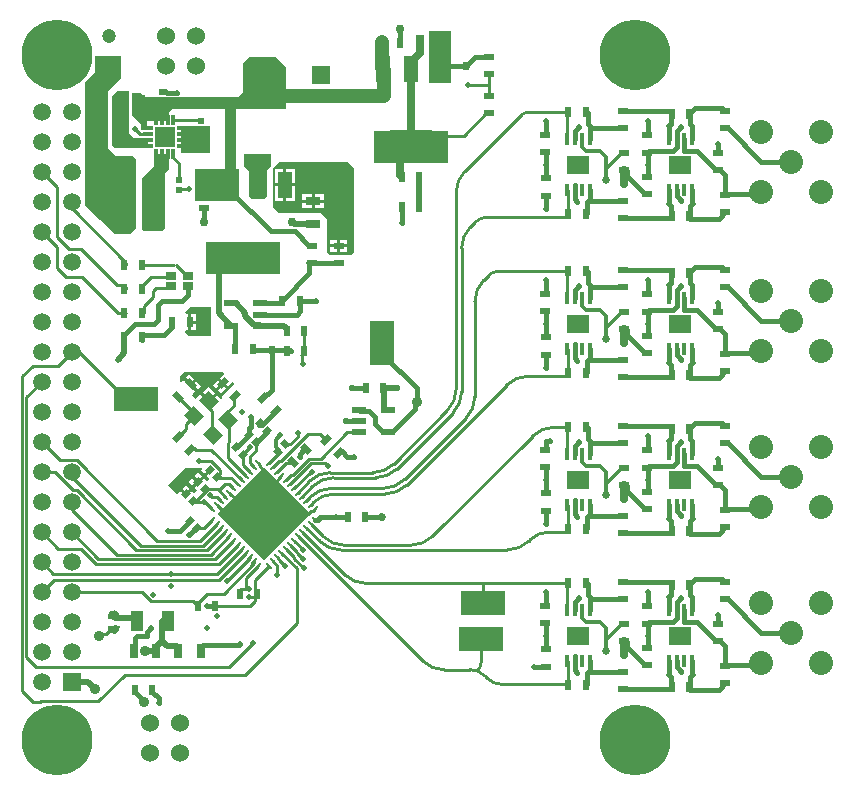
<source format=gtl>
G04*
G04 #@! TF.GenerationSoftware,Altium Limited,Altium Designer,19.1.9 (167)*
G04*
G04 Layer_Physical_Order=1*
G04 Layer_Color=255*
%FSLAX25Y25*%
%MOIN*%
G70*
G01*
G75*
%ADD11C,0.01000*%
%ADD19R,0.03543X0.01968*%
%ADD20R,0.01968X0.03543*%
%ADD21R,0.03000X0.01800*%
%ADD22R,0.02756X0.05118*%
%ADD23R,0.04488X0.07008*%
%ADD24R,0.01500X0.04400*%
%ADD25R,0.14173X0.08661*%
%ADD26R,0.04800X0.08800*%
G04:AMPARAMS|DCode=27|XSize=23.23mil|YSize=24.8mil|CornerRadius=0mil|HoleSize=0mil|Usage=FLASHONLY|Rotation=135.000|XOffset=0mil|YOffset=0mil|HoleType=Round|Shape=Rectangle|*
%AMROTATEDRECTD27*
4,1,4,0.01698,0.00056,-0.00056,-0.01698,-0.01698,-0.00056,0.00056,0.01698,0.01698,0.00056,0.0*
%
%ADD27ROTATEDRECTD27*%

G04:AMPARAMS|DCode=28|XSize=23.23mil|YSize=24.8mil|CornerRadius=0mil|HoleSize=0mil|Usage=FLASHONLY|Rotation=45.000|XOffset=0mil|YOffset=0mil|HoleType=Round|Shape=Rectangle|*
%AMROTATEDRECTD28*
4,1,4,0.00056,-0.01698,-0.01698,0.00056,-0.00056,0.01698,0.01698,-0.00056,0.00056,-0.01698,0.0*
%
%ADD28ROTATEDRECTD28*%

G04:AMPARAMS|DCode=29|XSize=19.68mil|YSize=35.43mil|CornerRadius=0mil|HoleSize=0mil|Usage=FLASHONLY|Rotation=45.000|XOffset=0mil|YOffset=0mil|HoleType=Round|Shape=Rectangle|*
%AMROTATEDRECTD29*
4,1,4,0.00557,-0.01949,-0.01949,0.00557,-0.00557,0.01949,0.01949,-0.00557,0.00557,-0.01949,0.0*
%
%ADD29ROTATEDRECTD29*%

G04:AMPARAMS|DCode=30|XSize=19.68mil|YSize=35.43mil|CornerRadius=0mil|HoleSize=0mil|Usage=FLASHONLY|Rotation=315.000|XOffset=0mil|YOffset=0mil|HoleType=Round|Shape=Rectangle|*
%AMROTATEDRECTD30*
4,1,4,-0.01949,-0.00557,0.00557,0.01949,0.01949,0.00557,-0.00557,-0.01949,-0.01949,-0.00557,0.0*
%
%ADD30ROTATEDRECTD30*%

%ADD31R,0.05000X0.02100*%
%ADD32R,0.03347X0.02559*%
G04:AMPARAMS|DCode=33|XSize=33.86mil|YSize=10.24mil|CornerRadius=1.28mil|HoleSize=0mil|Usage=FLASHONLY|Rotation=180.000|XOffset=0mil|YOffset=0mil|HoleType=Round|Shape=RoundedRectangle|*
%AMROUNDEDRECTD33*
21,1,0.03386,0.00768,0,0,180.0*
21,1,0.03130,0.01024,0,0,180.0*
1,1,0.00256,-0.01565,0.00384*
1,1,0.00256,0.01565,0.00384*
1,1,0.00256,0.01565,-0.00384*
1,1,0.00256,-0.01565,-0.00384*
%
%ADD33ROUNDEDRECTD33*%
G04:AMPARAMS|DCode=34|XSize=33.86mil|YSize=10.24mil|CornerRadius=1.28mil|HoleSize=0mil|Usage=FLASHONLY|Rotation=90.000|XOffset=0mil|YOffset=0mil|HoleType=Round|Shape=RoundedRectangle|*
%AMROUNDEDRECTD34*
21,1,0.03386,0.00768,0,0,90.0*
21,1,0.03130,0.01024,0,0,90.0*
1,1,0.00256,0.00384,0.01565*
1,1,0.00256,0.00384,-0.01565*
1,1,0.00256,-0.00384,-0.01565*
1,1,0.00256,-0.00384,0.01565*
%
%ADD34ROUNDEDRECTD34*%
%ADD35R,0.03858X0.14567*%
%ADD36R,0.15000X0.08000*%
%ADD37P,0.31180X4X270.0*%
G04:AMPARAMS|DCode=38|XSize=6mil|YSize=29.53mil|CornerRadius=0mil|HoleSize=0mil|Usage=FLASHONLY|Rotation=225.000|XOffset=0mil|YOffset=0mil|HoleType=Round|Shape=Round|*
%AMOVALD38*
21,1,0.02353,0.00600,0.00000,0.00000,315.0*
1,1,0.00600,-0.00832,0.00832*
1,1,0.00600,0.00832,-0.00832*
%
%ADD38OVALD38*%

G04:AMPARAMS|DCode=39|XSize=6mil|YSize=29.53mil|CornerRadius=0mil|HoleSize=0mil|Usage=FLASHONLY|Rotation=315.000|XOffset=0mil|YOffset=0mil|HoleType=Round|Shape=Round|*
%AMOVALD39*
21,1,0.02353,0.00600,0.00000,0.00000,45.0*
1,1,0.00600,-0.00832,-0.00832*
1,1,0.00600,0.00832,0.00832*
%
%ADD39OVALD39*%

G04:AMPARAMS|DCode=40|XSize=51.18mil|YSize=43.31mil|CornerRadius=0mil|HoleSize=0mil|Usage=FLASHONLY|Rotation=135.000|XOffset=0mil|YOffset=0mil|HoleType=Round|Shape=Rectangle|*
%AMROTATEDRECTD40*
4,1,4,0.03341,-0.00278,0.00278,-0.03341,-0.03341,0.00278,-0.00278,0.03341,0.03341,-0.00278,0.0*
%
%ADD40ROTATEDRECTD40*%

%ADD41R,0.08000X0.15000*%
%ADD42R,0.02480X0.02323*%
%ADD43R,0.05118X0.02756*%
%ADD48R,0.07441X0.06181*%
%ADD57R,0.06614X0.06614*%
%ADD77C,0.01500*%
%ADD78C,0.02000*%
%ADD79C,0.02500*%
%ADD80C,0.01200*%
%ADD81C,0.01800*%
%ADD82C,0.03500*%
%ADD83C,0.04500*%
%ADD84R,0.04000X0.01000*%
%ADD85R,0.07500X0.17500*%
%ADD86R,0.25000X0.10500*%
%ADD87R,0.24800X0.11000*%
%ADD88R,0.15000X0.10500*%
%ADD89C,0.06000*%
%ADD90C,0.01181*%
%ADD91C,0.04724*%
%ADD92C,0.08000*%
%ADD93C,0.05906*%
%ADD94R,0.05906X0.05906*%
%ADD95C,0.23622*%
%ADD96R,0.06496X0.06496*%
%ADD97C,0.06496*%
%ADD98C,0.02000*%
%ADD99C,0.03000*%
%ADD100C,0.03500*%
%ADD101C,0.02500*%
%ADD102C,0.02700*%
%ADD103C,0.02200*%
%ADD104C,0.01968*%
G36*
X90000Y240000D02*
X91453Y238546D01*
X91453Y224453D01*
X53453Y224453D01*
X52600Y223600D01*
Y220454D01*
X45000D01*
Y217454D01*
X43000D01*
Y219400D01*
X40000Y222400D01*
Y230000D01*
X43000D01*
X44500Y228500D01*
X75500D01*
X77000Y230000D01*
Y240000D01*
X79000Y242000D01*
X88000D01*
X90000Y240000D01*
D02*
G37*
G36*
X39000Y216454D02*
X40500Y214953D01*
X45335D01*
Y211454D01*
X34500D01*
X33500Y212454D01*
X33500Y228954D01*
X35000Y230453D01*
X39000Y230453D01*
Y216454D01*
D02*
G37*
G36*
X66000Y218953D02*
X66000Y209953D01*
X56500Y209953D01*
X56500Y218953D01*
X66000Y218953D01*
D02*
G37*
G36*
X86500Y205500D02*
X85000Y204000D01*
Y195500D01*
X84000Y194500D01*
X80000D01*
X79000Y195500D01*
X79000Y204000D01*
X77500Y205500D01*
X77500Y209500D01*
X86500D01*
X86500Y205500D01*
D02*
G37*
G36*
X52500Y204453D02*
X51000Y202954D01*
Y184953D01*
X50000Y183953D01*
X44000D01*
X43500Y184453D01*
Y201453D01*
X47500Y205453D01*
Y209496D01*
X52500D01*
Y204453D01*
D02*
G37*
G36*
X36500Y234700D02*
X32000Y230200D01*
X32000Y211500D01*
X34547Y208953D01*
X40500D01*
X41500Y207954D01*
Y184953D01*
X39500Y182954D01*
X34500D01*
X24500Y192210D01*
Y233400D01*
X27800Y236700D01*
Y242100D01*
X36500D01*
Y234700D01*
D02*
G37*
G36*
X114000Y205000D02*
Y177000D01*
X113000Y176000D01*
X106000D01*
X105000Y177000D01*
Y188000D01*
X103000Y190000D01*
X89000D01*
X87000Y192000D01*
Y205000D01*
X89000Y207000D01*
X112000D01*
X114000Y205000D01*
D02*
G37*
G36*
X66500Y149000D02*
X59000D01*
X57772Y150228D01*
X57979Y150728D01*
X58953D01*
Y153500D01*
Y156272D01*
X57979D01*
X57772Y156772D01*
X59500Y158500D01*
X66500D01*
Y149000D01*
D02*
G37*
G36*
X70818Y136300D02*
X69362Y134845D01*
X70766Y133442D01*
X72169Y132038D01*
X73600Y133470D01*
X74100Y133263D01*
Y132600D01*
X70200Y128700D01*
Y127941D01*
X69738Y127749D01*
X68396Y129092D01*
X66158Y126853D01*
X65804Y127207D01*
X65451Y126853D01*
X62934Y129370D01*
X61532Y127968D01*
X60554Y128946D01*
X60233Y129313D01*
X60563Y129644D01*
X61282Y130362D01*
X59322Y132322D01*
X57362Y134282D01*
X56606Y133526D01*
X56597Y133521D01*
X56100Y133727D01*
Y135300D01*
X57600Y136800D01*
X70611D01*
X70818Y136300D01*
D02*
G37*
G36*
X63627Y104522D02*
X63118Y104014D01*
X64293Y102839D01*
X65877Y104423D01*
X66584Y103716D01*
X65000Y102132D01*
X65832Y101300D01*
X65050Y100518D01*
X64084Y101484D01*
X62500Y99900D01*
X60916Y98316D01*
X61882Y97350D01*
X60950Y96418D01*
X60084Y97284D01*
X58500Y95700D01*
X58147Y96053D01*
X57793Y95700D01*
X56265Y97228D01*
X55168Y96132D01*
X52016Y99284D01*
X57716Y104984D01*
X58366Y104984D01*
X63436D01*
X63627Y104522D01*
D02*
G37*
G36*
X34819Y56657D02*
Y56081D01*
X36000Y54400D01*
X32500Y55400D01*
Y55717D01*
X33638Y56856D01*
X34819Y56657D01*
D02*
G37*
G36*
X35000Y50897D02*
X35240Y50656D01*
X34694Y50110D01*
X33436D01*
X32500Y51500D01*
X33000D01*
X34000Y52500D01*
X35000D01*
Y50897D01*
D02*
G37*
%LPC*%
G36*
X94500Y204600D02*
X91600D01*
Y199700D01*
X94500D01*
Y204600D01*
D02*
G37*
G36*
X90600D02*
X87700D01*
Y199700D01*
X90600D01*
Y204600D01*
D02*
G37*
G36*
X104059Y196118D02*
X101000D01*
Y194240D01*
X104059D01*
Y196118D01*
D02*
G37*
G36*
X100000D02*
X96941D01*
Y194240D01*
X100000D01*
Y196118D01*
D02*
G37*
G36*
X94500Y198700D02*
X91600D01*
Y193800D01*
X94500D01*
Y198700D01*
D02*
G37*
G36*
X90600D02*
X87700D01*
Y193800D01*
X90600D01*
Y198700D01*
D02*
G37*
G36*
X104059Y193240D02*
X101000D01*
Y191362D01*
X104059D01*
Y193240D01*
D02*
G37*
G36*
X100000D02*
X96941D01*
Y191362D01*
X100000D01*
Y193240D01*
D02*
G37*
G36*
X111772Y180937D02*
X109500D01*
Y179453D01*
X111772D01*
Y180937D01*
D02*
G37*
G36*
X108500D02*
X106228D01*
Y179453D01*
X108500D01*
Y180937D01*
D02*
G37*
G36*
X111772Y178453D02*
X109500D01*
Y176969D01*
X111772D01*
Y178453D01*
D02*
G37*
G36*
X108500D02*
X106228D01*
Y176969D01*
X108500D01*
Y178453D01*
D02*
G37*
G36*
X61437Y156272D02*
X59953D01*
Y154000D01*
X61437D01*
Y156272D01*
D02*
G37*
G36*
Y153000D02*
X59953D01*
Y150728D01*
X61437D01*
Y153000D01*
D02*
G37*
G36*
X59119Y136039D02*
X58069Y134989D01*
X59676Y133383D01*
X60725Y134432D01*
X59119Y136039D01*
D02*
G37*
G36*
X68655Y134137D02*
X67049Y132531D01*
X68099Y131482D01*
X69705Y133088D01*
X68655Y134137D01*
D02*
G37*
G36*
X61432Y133725D02*
X60383Y132676D01*
X61989Y131070D01*
X63039Y132119D01*
X61432Y133725D01*
D02*
G37*
G36*
X70412Y132381D02*
X68806Y130775D01*
X69855Y129725D01*
X71461Y131331D01*
X70412Y132381D01*
D02*
G37*
G36*
X65526Y131962D02*
X63641Y130077D01*
X65804Y127914D01*
X67689Y129799D01*
X65526Y131962D01*
D02*
G37*
G36*
X62202Y103366D02*
X60972Y102136D01*
X62147Y100961D01*
X63377Y102191D01*
X62202Y103366D01*
D02*
G37*
G36*
X60264Y101428D02*
X59034Y100198D01*
X60209Y99023D01*
X61439Y100253D01*
X60264Y101428D01*
D02*
G37*
G36*
X58202Y99166D02*
X56972Y97935D01*
X58147Y96761D01*
X59377Y97991D01*
X58202Y99166D01*
D02*
G37*
%LPD*%
D11*
X32683Y50783D02*
G03*
X35500Y51500I1317J717D01*
G01*
X32500D02*
G03*
X32683Y50783I1500J0D01*
G01*
X32586Y55900D02*
G03*
X32500Y55400I1414J-500D01*
G01*
X35500D02*
G03*
X32586Y55900I-1500J0D01*
G01*
X180742Y118400D02*
G03*
X173671Y115471I0J-10000D01*
G01*
X179218Y83500D02*
G03*
X172700Y80800I0J-9218D01*
G01*
X155247Y37158D02*
G03*
X152800Y37600I-2447J-6560D01*
G01*
X136997Y40529D02*
G03*
X144068Y37600I7071J7071D01*
G01*
X157751Y35549D02*
G03*
X155247Y37158I-4951J-4951D01*
G01*
D02*
G03*
X156500Y40183I-3025J3025D01*
G01*
X158600Y34700D02*
G03*
X163389Y32717I4789J4789D01*
G01*
X171690Y223400D02*
G03*
X170000Y222700I0J-2390D01*
G01*
X151129Y203829D02*
G03*
X148200Y196758I7071J-7071D01*
G01*
X145271Y124071D02*
G03*
X148200Y131142I-7071J7071D01*
G01*
X120358Y103300D02*
G03*
X127429Y106229I0J10000D01*
G01*
X106268Y103300D02*
G03*
X99197Y100371I0J-10000D01*
G01*
X102665Y80429D02*
G03*
X109736Y77500I7071J7071D01*
G01*
X165258D02*
G03*
X172329Y80429I0J10000D01*
G01*
X103849Y82029D02*
G03*
X110920Y79100I7071J7071D01*
G01*
X133158D02*
G03*
X140229Y82029I0J10000D01*
G01*
X107352Y101600D02*
G03*
X100281Y98671I0J-10000D01*
G01*
X121358Y101600D02*
G03*
X128429Y104529I0J10000D01*
G01*
X147071Y123171D02*
G03*
X150000Y130242I-7071J7071D01*
G01*
X152929Y185229D02*
G03*
X150000Y178158I7071J-7071D01*
G01*
X158746Y188500D02*
G03*
X154400Y186700I0J-6146D01*
G01*
X157000Y66159D02*
G03*
X156900Y66400I-341J0D01*
G01*
X110981Y69329D02*
G03*
X118052Y66400I7071J7071D01*
G01*
X107520Y96200D02*
G03*
X100449Y93271I0J-10000D01*
G01*
X124558Y96200D02*
G03*
X131629Y99129I0J10000D01*
G01*
X172042Y135400D02*
G03*
X164971Y132471I0J-10000D01*
G01*
X106636Y98100D02*
G03*
X99565Y95171I0J-10000D01*
G01*
X123958Y98100D02*
G03*
X131029Y101029I0J10000D01*
G01*
X151471Y121471D02*
G03*
X154400Y128542I-7071J7071D01*
G01*
X157329Y167429D02*
G03*
X154400Y160358I7071J-7071D01*
G01*
X162138Y170400D02*
G03*
X159000Y169100I0J-4439D01*
G01*
X143500Y215500D02*
X150665D01*
X158213Y223047D01*
X159000Y232500D02*
Y236047D01*
Y228953D02*
Y232500D01*
X159000Y232500D02*
X159000Y232500D01*
X152000Y232500D02*
X159000D01*
X159000Y236047D02*
X159100Y236147D01*
X32683Y50783D02*
X33400Y51500D01*
X31378Y49478D02*
X32683Y50783D01*
X29000Y49000D02*
X29478Y49478D01*
X31378D01*
X33400Y51500D02*
X34000D01*
X43519Y63453D02*
X46372Y60600D01*
X20000Y63453D02*
X43519D01*
X46372Y60600D02*
X60447D01*
X62047Y59000D01*
X48543Y80500D02*
X62622D01*
X21637Y107406D02*
X48543Y80500D01*
X62622D02*
X68341Y86218D01*
X63906Y79000D02*
X69733Y84826D01*
X43000Y79000D02*
X63906D01*
X20000Y102000D02*
X43000Y79000D01*
X65190Y77500D02*
X71125Y83434D01*
X41543Y77500D02*
X65190D01*
X21637Y97406D02*
X41543Y77500D01*
X66463Y76000D02*
X72505Y82042D01*
X35000Y76000D02*
X66463D01*
X20000Y91000D02*
X35000Y76000D01*
X67747Y74500D02*
X73897Y80650D01*
X28953Y74500D02*
X67747D01*
X20000Y83453D02*
X28953Y74500D01*
X185114Y66400D02*
X185547D01*
X185114D02*
X185547D01*
X157000D02*
X171690D01*
X185114D01*
X185547D01*
X140229Y82029D02*
X173671Y115471D01*
X180742Y118400D02*
X185547D01*
X179218Y83500D02*
X185063D01*
X185547Y83984D01*
Y84500D01*
X163389Y32717D02*
X185331D01*
X185331D02*
X185547Y32500D01*
X95484Y82042D02*
X136997Y40529D01*
X144068Y37600D02*
X152800D01*
X171690Y66400D02*
X185114D01*
X185547Y31500D02*
Y32500D01*
X185114Y65967D02*
X185547Y66400D01*
X185114Y57350D02*
Y65967D01*
X185114Y40650D02*
X185331Y40433D01*
Y32717D02*
Y40433D01*
Y84716D02*
X185547Y84500D01*
X185114Y117967D02*
X185547Y118400D01*
X185114Y109350D02*
Y117967D01*
X185114Y92650D02*
X185331Y92434D01*
Y84716D02*
Y92434D01*
X171690Y170400D02*
X185547D01*
X185331Y136716D02*
X185547Y136500D01*
Y135500D02*
Y136500D01*
X185114Y169967D02*
X185547Y170400D01*
X185114Y161350D02*
Y169967D01*
X185114Y144650D02*
X185331Y144433D01*
Y136716D02*
Y144433D01*
X171690Y66400D02*
X185114D01*
X171690Y170400D02*
X185547D01*
X76000Y62547D02*
Y64200D01*
X72516Y96658D02*
X79824Y89350D01*
X86645Y98954D02*
X89916Y102225D01*
X41000Y217953D02*
X42811Y216142D01*
X3400Y135400D02*
X7000Y139000D01*
X3400Y30600D02*
Y135400D01*
Y30600D02*
X7000Y27000D01*
X72400Y38600D02*
X80300Y46500D01*
X8200Y38600D02*
X72400D01*
X4900Y41900D02*
X8200Y38600D01*
X4900Y41900D02*
Y128353D01*
X10000Y133453D01*
X171690Y223400D02*
X185547D01*
X151129Y203829D02*
X170000Y222700D01*
X148200Y131142D02*
Y196758D01*
X127429Y106229D02*
X145271Y124071D01*
X106268Y103300D02*
X120358D01*
X95484Y96658D02*
X99197Y100371D01*
X98267Y84826D02*
X102665Y80429D01*
X109736Y77500D02*
X165258D01*
X99659Y86218D02*
X103849Y82029D01*
X110920Y79100D02*
X133158D01*
X96875Y95266D02*
X100281Y98671D01*
X107352Y101600D02*
X121358D01*
X128429Y104529D02*
X147071Y123171D01*
X150000Y130242D02*
Y178158D01*
X152929Y185229D02*
X154400Y186700D01*
X158746Y188500D02*
X185547D01*
X172042Y135400D02*
X185547D01*
X107520Y96200D02*
X124558D01*
X162138Y170400D02*
X185547D01*
X154400Y128542D02*
Y160358D01*
X156900Y66400D02*
X157000D01*
X118052D02*
X156900D01*
X131629Y99129D02*
X164971Y132471D01*
X185114Y222967D02*
X185547Y223400D01*
X185114Y214350D02*
Y222967D01*
X185114Y197650D02*
X185331Y197433D01*
Y189716D02*
X185547Y189500D01*
X185331Y189716D02*
Y197433D01*
X185547Y188500D02*
Y189500D01*
X99148Y108000D02*
X103000D01*
X93648Y102500D02*
X99148Y108000D01*
X104600Y106400D02*
X105500Y105500D01*
X99669Y106400D02*
X104600D01*
X92711Y99442D02*
X99669Y106400D01*
X103000Y108000D02*
X111800Y116800D01*
X157000Y60000D02*
Y66159D01*
X156500Y40183D02*
Y48000D01*
X157751Y35549D02*
X158600Y34700D01*
X96875Y83434D02*
X110981Y69329D01*
X15000Y171500D02*
Y178453D01*
Y171500D02*
X18000Y168500D01*
X10000Y183453D02*
X15000Y178453D01*
X23500Y168500D02*
X35500Y156500D01*
X18000Y168500D02*
X23500D01*
X37547Y156500D02*
X38047D01*
X35500D02*
X37547D01*
X15000Y182000D02*
X19000Y178000D01*
X23000D01*
X15000Y182000D02*
Y198453D01*
X10000Y203453D02*
X15000Y198453D01*
X38070Y164475D02*
Y165265D01*
X23000Y178000D02*
X35228Y165772D01*
X37563D02*
X38070Y165265D01*
X35228Y165772D02*
X37563D01*
X20000Y191335D02*
Y193453D01*
Y191335D02*
X38047Y173287D01*
Y172500D02*
Y173287D01*
X59588Y110912D02*
X60145Y111469D01*
X60830D01*
X66614Y110912D02*
X76692Y100834D01*
X60830Y111469D02*
X61386Y110912D01*
X66614D01*
X72133Y113003D02*
X72485Y113356D01*
X72133Y108177D02*
X78084Y102225D01*
X71929Y121082D02*
Y123438D01*
Y121082D02*
X72207Y120804D01*
X71929Y123438D02*
X74031Y125540D01*
X72133Y108177D02*
Y113003D01*
X72485Y113356D02*
Y120526D01*
X72207Y120804D02*
X72485Y120526D01*
X74031Y125540D02*
Y128355D01*
X74588Y128912D01*
X61138Y93500D02*
X64000D01*
X64539D02*
X66949Y91090D01*
X61138Y93500D02*
X65334Y97695D01*
X64000Y93500D02*
X64539D01*
X68684Y97695D02*
X71114Y95266D01*
X71125D01*
X65334Y97695D02*
X68684D01*
X69495D01*
X71200Y99400D01*
X73897Y98050D02*
X73908D01*
X71200Y99400D02*
X72547D01*
X73897Y98050D01*
X94082Y74590D02*
Y75092D01*
Y74590D02*
X96980Y71691D01*
X91308Y77866D02*
X94082Y75092D01*
X96980Y71691D02*
X97309D01*
X97500Y71500D01*
X7000Y27000D02*
X9603D01*
X9693Y27091D02*
X28891D01*
X9603Y27000D02*
X9693Y27091D01*
X7000Y139000D02*
X15547D01*
X20000Y143453D01*
X37700Y35900D02*
X77700D01*
X28891Y27091D02*
X37700Y35900D01*
X77700D02*
X95000Y53200D01*
Y71390D01*
X22547Y143453D02*
X35500Y130500D01*
X20000Y143453D02*
X22547D01*
X89916Y76475D02*
X95000Y71390D01*
X79348Y106541D02*
X80868Y105020D01*
X79348Y106541D02*
Y108452D01*
X81600Y110705D01*
X80868Y105009D02*
Y105020D01*
X81600Y110705D02*
Y112782D01*
X53949Y208051D02*
X55634Y206366D01*
X53937Y209496D02*
X53949Y209485D01*
Y208051D02*
Y209485D01*
X55634Y200847D02*
Y206366D01*
X92700Y99442D02*
X92711D01*
X42953Y172500D02*
X43406D01*
X43453D02*
X54161D01*
X54661D02*
X58815Y168347D01*
X59209D01*
X42890Y164984D02*
Y165772D01*
X43677D01*
X43772D02*
X46347Y168347D01*
X46847D02*
X53500D01*
X44000Y156500D02*
Y158882D01*
X47000Y161882D01*
Y163914D01*
X48086Y165000D01*
X53500D01*
X53937Y220942D02*
X53949Y220953D01*
X53937Y220796D02*
Y220942D01*
X53949Y220953D02*
X62500D01*
X55412Y115088D02*
X58201Y117877D01*
X55500Y128500D02*
Y128500D01*
X58201Y117877D02*
Y119604D01*
X55500Y128500D02*
X60793Y123207D01*
X58201Y119604D02*
X60793Y122196D01*
Y123207D01*
X85751Y106401D02*
X86139Y106957D01*
X89178Y109997D01*
X66368Y107100D02*
X69329Y104139D01*
X62600Y107100D02*
X66368D01*
X73186Y101556D02*
X75300Y99442D01*
X68569Y102101D02*
X69329Y102860D01*
X69056Y101556D02*
X73186D01*
X69329Y102860D02*
Y104139D01*
X89209Y74091D02*
Y74398D01*
X88524Y75083D02*
X89209Y74398D01*
Y74091D02*
X91000Y72300D01*
X87132Y73680D02*
Y73691D01*
X88600Y69200D02*
Y72211D01*
X87132Y73680D02*
X88600Y72211D01*
X68587Y95009D02*
X69722Y93874D01*
X66200Y95695D02*
X66887Y95009D01*
X69722Y93874D02*
X69733D01*
X66887Y95009D02*
X68587D01*
X92700Y79247D02*
X92711D01*
X95000Y76500D02*
Y76958D01*
X92700Y79247D02*
Y79258D01*
X92711Y79247D02*
X95000Y76958D01*
Y76500D02*
X97000Y74500D01*
X62047Y59000D02*
Y59787D01*
X65260Y63000D01*
X70840D01*
X80868Y73028D01*
Y73691D01*
X71800Y67300D02*
X79476Y74976D01*
Y75083D01*
X94092Y80639D02*
X97000Y77731D01*
X94092Y80639D02*
Y80650D01*
X97000Y77500D02*
Y77731D01*
X76000Y62547D02*
X76047Y62500D01*
X76000Y64200D02*
X76300Y64500D01*
X78000Y65000D02*
Y68039D01*
X76300Y64500D02*
X79000D01*
X71472Y89350D02*
X71751D01*
X68341Y92482D02*
X71472Y89350D01*
X71751D02*
X77875D01*
X72516Y96658D02*
X72516D01*
X78000Y68039D02*
X82260Y72299D01*
X77875Y89350D02*
X79824D01*
X84000D01*
X90125D01*
X96249D01*
X98883D01*
X99938Y90405D01*
X100366D01*
X101051Y91090D01*
X84000Y96310D02*
Y101599D01*
Y95475D02*
Y96310D01*
Y89350D02*
Y95475D01*
X82260Y106401D02*
X82945Y105716D01*
Y105288D02*
Y105716D01*
X84000Y101599D02*
Y104233D01*
X82945Y105288D02*
X84000Y104233D01*
X66918Y116071D02*
X67196Y115793D01*
X66918Y116071D02*
Y123738D01*
X65804Y124852D02*
X66918Y123738D01*
X65804Y124852D02*
Y127207D01*
X91225Y112614D02*
X92160D01*
X91169Y112669D02*
X91225Y112614D01*
X92160D02*
X92216Y112669D01*
X92669D01*
X95309Y115309D01*
Y116309D01*
X95500Y116500D01*
X67953Y59000D02*
X79500D01*
X61669Y84831D02*
X61725Y84886D01*
X64225D01*
X66949Y87610D01*
X79500Y59000D02*
X81000Y60500D01*
X79000Y62000D02*
X80953D01*
X81000Y62047D01*
Y60500D02*
Y62047D01*
Y67559D01*
Y62047D02*
X81953Y63000D01*
X81000Y67559D02*
X85740Y72299D01*
X91308Y100834D02*
X92974Y102500D01*
X111800Y116800D02*
X115700D01*
X92974Y102500D02*
X93648D01*
X87132Y105009D02*
X89255Y107133D01*
X89801D01*
X98855Y116187D01*
X102813D01*
X104912Y114088D01*
X88524Y103617D02*
X91375Y106469D01*
X93855D01*
X94412Y105912D01*
X77113Y105980D02*
X79476Y103617D01*
X77113Y105980D02*
Y109275D01*
X77169Y109331D01*
Y109550D01*
X79300Y111681D01*
Y111900D01*
X96653Y139847D02*
X97000Y139500D01*
X94092Y98050D02*
X99642Y103600D01*
X96653Y139847D02*
Y142925D01*
X96307Y142579D02*
X96653Y142925D01*
X97606Y143878D01*
X96653Y142925D02*
Y144079D01*
X99642Y103600D02*
X100000D01*
X97606Y143878D02*
Y150500D01*
X99659Y92482D02*
X100449Y93271D01*
X172329Y80429D02*
X172700Y80800D01*
X98267Y93874D02*
X99565Y95171D01*
X106636Y98100D02*
X123958D01*
X131029Y101029D02*
X151471Y121471D01*
X157329Y167429D02*
X159000Y169100D01*
X10000Y63453D02*
X14047Y67500D01*
X69110D01*
X78084Y76475D01*
X10000Y73453D02*
X13953Y69500D01*
X53000D01*
X68326D01*
X76692Y77866D01*
X15453Y78000D02*
X23000D01*
X10000Y83453D02*
X15453Y78000D01*
X23000D02*
X28000Y73000D01*
X69042D01*
X75300Y79258D01*
X73897Y80650D02*
X73908D01*
X20000Y91000D02*
Y93453D01*
X72505Y82042D02*
X72516D01*
X14453Y103410D02*
X20457Y97406D01*
X10000Y103453D02*
X10043Y103410D01*
X14453D01*
X20457Y97406D02*
X21637D01*
X20000Y102000D02*
Y103453D01*
X16047Y107406D02*
X21637D01*
X10000Y113453D02*
X16047Y107406D01*
X55634Y197540D02*
X56094Y198000D01*
X59000D01*
X42811Y216142D02*
X45323D01*
X45335Y216130D01*
D19*
X159000Y228953D02*
D03*
Y223047D02*
D03*
X235500Y47047D02*
D03*
Y52953D02*
D03*
X211953Y39047D02*
D03*
Y44953D02*
D03*
X204100Y52953D02*
D03*
Y47047D02*
D03*
X178000Y38594D02*
D03*
Y44500D02*
D03*
X177953Y59000D02*
D03*
Y53094D02*
D03*
X237953Y66953D02*
D03*
Y61047D02*
D03*
Y33094D02*
D03*
Y39000D02*
D03*
X203953Y61047D02*
D03*
Y66953D02*
D03*
Y37000D02*
D03*
Y31094D02*
D03*
X235500Y99047D02*
D03*
Y104953D02*
D03*
X211953Y91047D02*
D03*
Y96953D02*
D03*
X204100Y104953D02*
D03*
Y99047D02*
D03*
X178000Y90594D02*
D03*
Y96500D02*
D03*
X177953Y111000D02*
D03*
Y105094D02*
D03*
X237953Y118953D02*
D03*
Y113047D02*
D03*
Y85094D02*
D03*
Y91000D02*
D03*
X203953Y113047D02*
D03*
Y118953D02*
D03*
Y89000D02*
D03*
Y83094D02*
D03*
X235500Y209953D02*
D03*
Y204047D02*
D03*
X211953Y201953D02*
D03*
Y196047D02*
D03*
X204100Y209953D02*
D03*
Y204047D02*
D03*
X178000Y195594D02*
D03*
Y201500D02*
D03*
X177953Y216000D02*
D03*
Y210094D02*
D03*
X237953Y223953D02*
D03*
Y218047D02*
D03*
Y190094D02*
D03*
Y196000D02*
D03*
X203953Y218047D02*
D03*
Y223953D02*
D03*
Y194000D02*
D03*
Y188094D02*
D03*
X203953Y141000D02*
D03*
Y135094D02*
D03*
Y165047D02*
D03*
Y170953D02*
D03*
X237953Y137094D02*
D03*
Y143000D02*
D03*
Y170953D02*
D03*
Y165047D02*
D03*
X177953Y163000D02*
D03*
Y157094D02*
D03*
X178000Y142594D02*
D03*
Y148500D02*
D03*
X204100Y156953D02*
D03*
Y151047D02*
D03*
X211953Y143047D02*
D03*
Y148953D02*
D03*
X235500Y151047D02*
D03*
Y156953D02*
D03*
X100000Y178953D02*
D03*
Y173047D02*
D03*
X109000D02*
D03*
Y178953D02*
D03*
X211953Y53000D02*
D03*
Y58906D02*
D03*
Y105000D02*
D03*
Y110906D02*
D03*
Y215906D02*
D03*
Y210000D02*
D03*
Y157000D02*
D03*
Y162906D02*
D03*
X159000Y241953D02*
D03*
Y236047D02*
D03*
X37000Y213406D02*
D03*
Y207501D02*
D03*
X64000Y191547D02*
D03*
Y197453D02*
D03*
D20*
X41047Y31000D02*
D03*
X46953D02*
D03*
X220047Y32000D02*
D03*
X225953D02*
D03*
X185547Y66400D02*
D03*
X191453D02*
D03*
X185547Y32500D02*
D03*
X191453D02*
D03*
X220047Y84000D02*
D03*
X225953D02*
D03*
X185547Y118400D02*
D03*
X191453D02*
D03*
X185547Y84500D02*
D03*
X191453D02*
D03*
X185547Y223400D02*
D03*
X191453D02*
D03*
X185547Y189500D02*
D03*
X191453D02*
D03*
X185547Y136500D02*
D03*
X191453D02*
D03*
X185547Y170400D02*
D03*
X191453D02*
D03*
X220047Y136000D02*
D03*
X225953D02*
D03*
X220047Y189000D02*
D03*
X225953D02*
D03*
X123953Y131500D02*
D03*
X118047D02*
D03*
X91701Y144000D02*
D03*
X97606D02*
D03*
X96008Y160661D02*
D03*
X90102D02*
D03*
X67953Y59000D02*
D03*
X62047D02*
D03*
X43453Y148500D02*
D03*
X37547D02*
D03*
X37547Y164500D02*
D03*
X43453D02*
D03*
X37547Y156500D02*
D03*
X43453D02*
D03*
X37547Y172500D02*
D03*
X43453D02*
D03*
X117953Y88500D02*
D03*
X112047D02*
D03*
X91701Y150500D02*
D03*
X97606D02*
D03*
X76047Y63000D02*
D03*
X81953D02*
D03*
X225953Y66000D02*
D03*
X220047D02*
D03*
X225953Y118000D02*
D03*
X220047D02*
D03*
X225953Y223000D02*
D03*
X220047D02*
D03*
X225953Y170000D02*
D03*
X220047D02*
D03*
X59453Y153500D02*
D03*
X53547D02*
D03*
X135953Y202000D02*
D03*
X130047D02*
D03*
Y192000D02*
D03*
X135953D02*
D03*
X74594Y144500D02*
D03*
X80500D02*
D03*
X37547Y227500D02*
D03*
X43453D02*
D03*
X129453Y246600D02*
D03*
X123547D02*
D03*
D21*
X34000Y55400D02*
D03*
Y51500D02*
D03*
D22*
X55520Y44000D02*
D03*
X63000D02*
D03*
X48240D02*
D03*
X40760D02*
D03*
X143740Y247000D02*
D03*
X136260D02*
D03*
D23*
X52236Y54000D02*
D03*
X41764D02*
D03*
D24*
X226791Y40650D02*
D03*
X224232D02*
D03*
X221673D02*
D03*
X219114D02*
D03*
Y57350D02*
D03*
X221673D02*
D03*
X224232D02*
D03*
X226791D02*
D03*
X192791Y40650D02*
D03*
X190232D02*
D03*
X187673D02*
D03*
X185114D02*
D03*
Y57350D02*
D03*
X187673D02*
D03*
X190232D02*
D03*
X192791D02*
D03*
X226791Y92650D02*
D03*
X224232D02*
D03*
X221673D02*
D03*
X219114D02*
D03*
Y109350D02*
D03*
X221673D02*
D03*
X224232D02*
D03*
X226791D02*
D03*
X192791Y92650D02*
D03*
X190232D02*
D03*
X187673D02*
D03*
X185114D02*
D03*
Y109350D02*
D03*
X187673D02*
D03*
X190232D02*
D03*
X192791D02*
D03*
X226791Y197650D02*
D03*
X224232D02*
D03*
X221673D02*
D03*
X219114D02*
D03*
Y214350D02*
D03*
X221673D02*
D03*
X224232D02*
D03*
X226791D02*
D03*
X192791Y197650D02*
D03*
X190232D02*
D03*
X187673D02*
D03*
X185114D02*
D03*
Y214350D02*
D03*
X187673D02*
D03*
X190232D02*
D03*
X192791D02*
D03*
X192791Y144650D02*
D03*
X190232D02*
D03*
X187673D02*
D03*
X185114D02*
D03*
Y161350D02*
D03*
X187673D02*
D03*
X190232D02*
D03*
X192791D02*
D03*
X226791Y144650D02*
D03*
X224232D02*
D03*
X221673D02*
D03*
X219114D02*
D03*
Y161350D02*
D03*
X221673D02*
D03*
X224232D02*
D03*
X226791D02*
D03*
D25*
X133000Y213299D02*
D03*
X82000Y174799D02*
D03*
D26*
X123900Y237700D02*
D03*
X133000D02*
D03*
X142100D02*
D03*
X91100Y199200D02*
D03*
X82000D02*
D03*
X72900D02*
D03*
D27*
X68569Y101731D02*
D03*
X66231Y104069D02*
D03*
X79131Y115969D02*
D03*
X81469Y113631D02*
D03*
X82831Y119669D02*
D03*
X85169Y117331D02*
D03*
X61669Y84831D02*
D03*
X59331Y87169D02*
D03*
X60485Y93715D02*
D03*
X58147Y96053D02*
D03*
X64485Y97915D02*
D03*
X62147Y100253D02*
D03*
X74831Y111669D02*
D03*
X77169Y109331D02*
D03*
D28*
X88831Y110331D02*
D03*
X91169Y112669D02*
D03*
D29*
X93912Y106912D02*
D03*
X98088Y111088D02*
D03*
X55500Y128500D02*
D03*
X59676Y132676D02*
D03*
D30*
X104912Y114088D02*
D03*
X109088Y109912D02*
D03*
X88088Y123912D02*
D03*
X83912Y128088D02*
D03*
X74588Y128912D02*
D03*
X70412Y133088D02*
D03*
X59588Y110912D02*
D03*
X55412Y115088D02*
D03*
D31*
X125300Y124200D02*
D03*
Y116800D02*
D03*
X115700D02*
D03*
Y120500D02*
D03*
Y124200D02*
D03*
X73200Y152300D02*
D03*
Y159700D02*
D03*
X82800D02*
D03*
Y156000D02*
D03*
Y152300D02*
D03*
D32*
X53196Y165404D02*
D03*
X58904D02*
D03*
X53196Y168751D02*
D03*
X58904D02*
D03*
D33*
X56634Y212193D02*
D03*
Y214162D02*
D03*
Y216130D02*
D03*
Y218099D02*
D03*
X45335D02*
D03*
Y216130D02*
D03*
Y214162D02*
D03*
Y212193D02*
D03*
D34*
X48031Y209496D02*
D03*
X50000D02*
D03*
X51968D02*
D03*
X53937D02*
D03*
Y220796D02*
D03*
X51968D02*
D03*
X50000D02*
D03*
X48031D02*
D03*
D35*
X48165Y193500D02*
D03*
X38835D02*
D03*
D36*
X157000Y60000D02*
D03*
X156500Y48000D02*
D03*
X41500Y128000D02*
D03*
D37*
X84000Y89350D02*
D03*
D38*
X101051Y87610D02*
D03*
X99659Y86218D02*
D03*
X98267Y84826D02*
D03*
X96875Y83434D02*
D03*
X95484Y82042D02*
D03*
X94092Y80650D02*
D03*
X92700Y79258D02*
D03*
X91308Y77866D02*
D03*
X89916Y76475D02*
D03*
X88524Y75083D02*
D03*
X87132Y73691D02*
D03*
X85740Y72299D02*
D03*
X66949Y91090D02*
D03*
X68341Y92482D02*
D03*
X69733Y93874D02*
D03*
X71125Y95266D02*
D03*
X72516Y96658D02*
D03*
X73908Y98050D02*
D03*
X75300Y99442D02*
D03*
X76692Y100834D02*
D03*
X78084Y102225D02*
D03*
X79476Y103617D02*
D03*
X80868Y105009D02*
D03*
X82260Y106401D02*
D03*
D39*
Y72299D02*
D03*
X80868Y73691D02*
D03*
X79476Y75083D02*
D03*
X78084Y76475D02*
D03*
X76692Y77866D02*
D03*
X75300Y79258D02*
D03*
X73908Y80650D02*
D03*
X72516Y82042D02*
D03*
X71125Y83434D02*
D03*
X69733Y84826D02*
D03*
X68341Y86218D02*
D03*
X66949Y87610D02*
D03*
X85740Y106401D02*
D03*
X87132Y105009D02*
D03*
X88524Y103617D02*
D03*
X89916Y102225D02*
D03*
X91308Y100834D02*
D03*
X92700Y99442D02*
D03*
X94092Y98050D02*
D03*
X95484Y96658D02*
D03*
X96875Y95266D02*
D03*
X98267Y93874D02*
D03*
X99659Y92482D02*
D03*
X101051Y91090D02*
D03*
D40*
X72207Y120804D02*
D03*
X65804Y127207D02*
D03*
X60793Y122196D02*
D03*
X67196Y115793D02*
D03*
D41*
X123500Y146500D02*
D03*
D42*
X55634Y200847D02*
D03*
Y197540D02*
D03*
X63000Y220654D02*
D03*
Y217347D02*
D03*
X50000Y227000D02*
D03*
Y230307D02*
D03*
D43*
X100500Y193740D02*
D03*
Y186260D02*
D03*
D48*
X222953Y49000D02*
D03*
X188953D02*
D03*
X222953Y101000D02*
D03*
X188953D02*
D03*
X222953Y206000D02*
D03*
X188953D02*
D03*
X188953Y153000D02*
D03*
X222953D02*
D03*
D57*
X50984Y215146D02*
D03*
D77*
X130000Y186500D02*
Y191953D01*
X130047Y192000D01*
X158213Y223047D02*
X159000D01*
X142100Y237700D02*
X143400Y239000D01*
X151500D01*
X154453Y241953D01*
X75965Y46100D02*
X76100D01*
X75674Y45809D02*
X75965Y46100D01*
X63628Y45809D02*
X75674D01*
X63000Y45181D02*
X63628Y45809D01*
X63000Y44000D02*
Y45181D01*
X45000Y49000D02*
X45258Y49258D01*
Y50123D01*
X46500Y51365D01*
Y51500D01*
X41879Y49000D02*
X45000D01*
X41000Y48121D02*
X41879Y49000D01*
X41000Y44240D02*
Y48121D01*
X40760Y44000D02*
X41000Y44240D01*
X49000Y26500D02*
Y28165D01*
X46953Y30213D02*
X49000Y28165D01*
X46953Y30213D02*
Y31000D01*
X44000Y27000D02*
Y27260D01*
X41047Y30213D02*
X44000Y27260D01*
X41047Y30213D02*
Y31000D01*
X177976Y113800D02*
X179400D01*
X177976Y111024D02*
Y113800D01*
X177994Y38600D02*
X178000Y38594D01*
X174000Y38600D02*
X177994D01*
X234713Y47047D02*
X235500D01*
X235524Y52976D02*
Y55976D01*
X235547Y56000D01*
X235500Y52953D02*
X235524Y52976D01*
X211953Y53000D02*
X212293Y53341D01*
X211976Y49024D02*
X212000Y49000D01*
X211953Y53000D02*
X211976Y52976D01*
Y49024D02*
Y52976D01*
Y48976D02*
X212000Y49000D01*
X211976Y44976D02*
Y48976D01*
X211953Y44953D02*
X211976Y44976D01*
Y58929D02*
Y63476D01*
X212000Y63500D01*
X211953Y58906D02*
X211976Y58929D01*
X225953Y32000D02*
X226187Y32234D01*
X219813D02*
X220047Y32000D01*
Y31563D02*
Y32000D01*
X204887Y47047D02*
X205122Y46813D01*
X204100Y47047D02*
X204887D01*
X205122Y45238D02*
Y46813D01*
X204975Y45238D02*
X211165Y39047D01*
X211953D01*
X177953Y53094D02*
X177976Y53071D01*
Y49024D02*
Y53071D01*
Y49024D02*
X178000Y49000D01*
Y44500D02*
Y49000D01*
X177976Y63476D02*
X178000Y63500D01*
X177976Y59024D02*
Y63476D01*
X177953Y59000D02*
X177976Y59024D01*
X249787Y50000D02*
X259953D01*
X238740Y61047D02*
X249787Y50000D01*
X237953Y61047D02*
X238740D01*
X236906Y68000D02*
X237953Y66953D01*
X227953Y68000D02*
X236906D01*
X225953Y66000D02*
X227953Y68000D01*
X249187Y39234D02*
X249953Y40000D01*
X238187Y39234D02*
X249187D01*
X237953Y39000D02*
Y45382D01*
Y39000D02*
X238187Y39234D01*
X235500Y47047D02*
X236287D01*
X237953Y45382D01*
X235858Y31000D02*
X237953Y33094D01*
X226187Y31000D02*
X235858D01*
X226187D02*
Y32234D01*
X204187Y66719D02*
X219813D01*
X203953Y66953D02*
X204187Y66719D01*
X219813Y31329D02*
X220047Y31563D01*
X204187Y31329D02*
X219813D01*
X203953Y31094D02*
X204187Y31329D01*
X226791Y57350D02*
Y61800D01*
X225953Y66000D02*
X226187Y65766D01*
Y62404D02*
X226791Y61800D01*
X226187Y62404D02*
Y65766D01*
X224232Y53341D02*
X228419D01*
X224232D02*
Y57350D01*
X228419Y53341D02*
X234713Y47047D01*
X221673Y60173D02*
X223000Y61500D01*
X221673Y54673D02*
Y60173D01*
X220340Y53341D02*
X221673Y54673D01*
X212293Y53341D02*
X220340D01*
X219813Y62499D02*
Y66719D01*
X219114Y61800D02*
X219813Y62499D01*
X219114Y57350D02*
Y61800D01*
X219813Y32234D02*
Y35187D01*
X219114Y36000D02*
Y40650D01*
X221673Y38462D02*
Y40650D01*
Y38462D02*
X223000Y37135D01*
Y37000D02*
Y37135D01*
X226791Y36000D02*
Y40650D01*
X226187Y32860D02*
Y35187D01*
X193544Y61047D02*
X203953D01*
X192791Y61800D02*
X193544Y61047D01*
X192791Y57350D02*
Y61800D01*
X191953Y66400D02*
X192187Y66166D01*
Y62404D02*
X192791Y61800D01*
X192187Y62404D02*
Y66166D01*
X189000Y61365D02*
Y61500D01*
X187673Y60038D02*
X189000Y61365D01*
X187673Y57350D02*
Y60038D01*
Y37462D02*
X188500Y36635D01*
X187673Y37462D02*
Y42100D01*
X188500Y36500D02*
Y36635D01*
X193229Y37000D02*
X203953D01*
X192791Y37438D02*
Y40650D01*
Y37438D02*
X193229Y37000D01*
X191687Y36334D02*
X192791Y37438D01*
X191687Y32734D02*
Y36334D01*
X191453Y32500D02*
X191687Y32734D01*
X234713Y99047D02*
X235500D01*
X235524Y104976D02*
Y107976D01*
X235547Y108000D01*
X235500Y104953D02*
X235524Y104976D01*
X211953Y105000D02*
X212293Y105341D01*
X211976Y101024D02*
X212000Y101000D01*
X211976Y100976D02*
X212000Y101000D01*
X211953Y105000D02*
X211976Y104976D01*
Y101024D02*
Y104976D01*
Y96976D02*
Y100976D01*
X211953Y96953D02*
X211976Y96976D01*
Y110929D02*
Y115476D01*
X212000Y115500D01*
X211953Y110906D02*
X211976Y110929D01*
X225953Y84000D02*
X226187Y84234D01*
X219813D02*
X220047Y84000D01*
Y83563D02*
Y84000D01*
X204887Y99047D02*
X205122Y98813D01*
X204100Y99047D02*
X204887D01*
X205122Y97238D02*
Y98813D01*
X204975Y97238D02*
X211165Y91047D01*
X211953D01*
X178024Y86071D02*
Y90571D01*
X178000Y90594D02*
X178024Y90571D01*
Y86071D02*
X178047Y86047D01*
X177953Y105094D02*
X177976Y105071D01*
Y101024D02*
X178000Y101000D01*
Y96500D02*
Y101000D01*
X177976Y101024D02*
Y105071D01*
X177953Y111000D02*
X177976Y111024D01*
X249787Y102000D02*
X259953D01*
X238740Y113047D02*
X249787Y102000D01*
X237953Y113047D02*
X238740D01*
X236906Y120000D02*
X237953Y118953D01*
X227953Y120000D02*
X236906D01*
X225953Y118000D02*
X227953Y120000D01*
X249187Y91234D02*
X249953Y92000D01*
X238187Y91234D02*
X249187D01*
X237953Y91000D02*
Y97382D01*
Y91000D02*
X238187Y91234D01*
X235500Y99047D02*
X236287D01*
X237953Y97382D01*
X235858Y83000D02*
X237953Y85094D01*
X226187Y83000D02*
X235858D01*
X226187D02*
Y84234D01*
X204187Y118719D02*
X219813D01*
X203953Y118953D02*
X204187Y118719D01*
X219813Y83329D02*
X220047Y83563D01*
X204187Y83329D02*
X219813D01*
X203953Y83094D02*
X204187Y83329D01*
X226187Y114404D02*
Y117766D01*
X226791Y109350D02*
Y113800D01*
X225953Y118000D02*
X226187Y117766D01*
Y114404D02*
X226791Y113800D01*
X224232Y105341D02*
X228419D01*
X224232D02*
Y109350D01*
X228419Y105341D02*
X234713Y99047D01*
X221673Y112173D02*
X223000Y113500D01*
X221673Y106673D02*
Y112173D01*
X220340Y105341D02*
X221673Y106673D01*
X212293Y105341D02*
X220340D01*
X219813Y114499D02*
Y118719D01*
X219114Y113800D02*
X219813Y114499D01*
X219114Y109350D02*
Y113800D01*
X219813Y84234D02*
Y87187D01*
X219114Y88000D02*
Y92650D01*
X221673Y90462D02*
X223000Y89135D01*
X221673Y90462D02*
Y92650D01*
X223000Y89000D02*
Y89135D01*
X226791Y88000D02*
Y92650D01*
X226187Y84860D02*
Y87187D01*
X193544Y113047D02*
X203953D01*
X192791Y113800D02*
X193544Y113047D01*
X192791Y109350D02*
Y113800D01*
X191953Y118400D02*
X192187Y118166D01*
Y114404D02*
X192791Y113800D01*
X192187Y114404D02*
Y118166D01*
X189000Y113365D02*
Y113500D01*
X187673Y112038D02*
X189000Y113365D01*
X187673Y109350D02*
Y112038D01*
X188500Y88500D02*
Y88635D01*
X187673Y89462D02*
Y94100D01*
Y89462D02*
X188500Y88635D01*
X193229Y89000D02*
X203953D01*
X192791Y89438D02*
Y92650D01*
Y89438D02*
X193229Y89000D01*
X191687Y88334D02*
X192791Y89438D01*
X191687Y84734D02*
Y88334D01*
X191453Y84500D02*
X191687Y84734D01*
X234713Y151047D02*
X235500D01*
X235524Y156976D02*
Y159976D01*
X235547Y160000D01*
X235500Y156953D02*
X235524Y156976D01*
X211953Y157000D02*
X212293Y157341D01*
X211976Y153024D02*
X212000Y153000D01*
X211953Y157000D02*
X211976Y156976D01*
Y153024D02*
Y156976D01*
Y152976D02*
X212000Y153000D01*
X211976Y148976D02*
Y152976D01*
X211953Y148953D02*
X211976Y148976D01*
Y162929D02*
Y167476D01*
X212000Y167500D01*
X211953Y162906D02*
X211976Y162929D01*
X225953Y136000D02*
X226187Y136234D01*
X219813D02*
X220047Y136000D01*
Y135563D02*
Y136000D01*
X204887Y151047D02*
X205122Y150813D01*
X204100Y151047D02*
X204887D01*
X205122Y149238D02*
Y150813D01*
X204975Y149238D02*
X211165Y143047D01*
X211953D01*
X178024Y138071D02*
Y142571D01*
X178000Y142594D02*
X178024Y142571D01*
Y138071D02*
X178047Y138047D01*
X177953Y157094D02*
X177976Y157071D01*
Y153024D02*
Y157071D01*
Y153024D02*
X178000Y153000D01*
Y148500D02*
Y153000D01*
X177976Y167476D02*
X178000Y167500D01*
X177976Y163024D02*
Y167476D01*
X177953Y163000D02*
X177976Y163024D01*
X249787Y154000D02*
X259953D01*
X238740Y165047D02*
X249787Y154000D01*
X237953Y165047D02*
X238740D01*
X236906Y172000D02*
X237953Y170953D01*
X227953Y172000D02*
X236906D01*
X225953Y170000D02*
X227953Y172000D01*
X249187Y143234D02*
X249953Y144000D01*
X238187Y143234D02*
X249187D01*
X237953Y143000D02*
Y149382D01*
Y143000D02*
X238187Y143234D01*
X235500Y151047D02*
X236287D01*
X237953Y149382D01*
X235858Y135000D02*
X237953Y137094D01*
X226187Y135000D02*
X235858D01*
X226187D02*
Y136234D01*
X204187Y170719D02*
X219813D01*
X203953Y170953D02*
X204187Y170719D01*
X219813Y135329D02*
X220047Y135563D01*
X204187Y135329D02*
X219813D01*
X203953Y135094D02*
X204187Y135329D01*
X226791Y161350D02*
Y165800D01*
X225953Y170000D02*
X226187Y169766D01*
Y166404D02*
X226791Y165800D01*
X226187Y166404D02*
Y169766D01*
X224232Y157341D02*
X228419D01*
X224232D02*
Y161350D01*
X228419Y157341D02*
X234713Y151047D01*
X221673Y164173D02*
X223000Y165500D01*
X221673Y158673D02*
Y164173D01*
X220340Y157341D02*
X221673Y158673D01*
X212293Y157341D02*
X220340D01*
X219813Y166499D02*
Y170719D01*
X219114Y165800D02*
X219813Y166499D01*
X219114Y161350D02*
Y165800D01*
X219813Y136234D02*
Y139187D01*
X219114Y140000D02*
Y144650D01*
X221673Y142462D02*
Y144650D01*
Y142462D02*
X223000Y141135D01*
Y141000D02*
Y141135D01*
X226791Y140000D02*
Y144650D01*
X226187Y136860D02*
Y139187D01*
X193544Y165047D02*
X203953D01*
X192791Y165800D02*
X193544Y165047D01*
X192791Y161350D02*
Y165800D01*
X191953Y170400D02*
X192187Y170166D01*
Y166404D02*
X192791Y165800D01*
X192187Y166404D02*
Y170166D01*
X189000Y165365D02*
Y165500D01*
X187673Y164038D02*
X189000Y165365D01*
X187673Y161350D02*
Y164038D01*
X188500Y140500D02*
Y140635D01*
X187673Y141462D02*
Y146100D01*
Y141462D02*
X188500Y140635D01*
X193229Y141000D02*
X203953D01*
X192791Y141438D02*
Y144650D01*
Y141438D02*
X193229Y141000D01*
X191687Y140334D02*
X192791Y141438D01*
X191687Y136734D02*
Y140334D01*
X191453Y136500D02*
X191687Y136734D01*
X121000Y119650D02*
Y122000D01*
Y119650D02*
X123850Y116800D01*
X125300D01*
X119100Y123900D02*
X121000Y122000D01*
X116000Y123900D02*
X119100D01*
X115700Y124200D02*
X116000Y123900D01*
X134617Y126617D02*
X135000Y127000D01*
X134617Y124667D02*
Y126617D01*
X126750Y116800D02*
X134617Y124667D01*
X125300Y116800D02*
X126750D01*
X123500Y143000D02*
X135000Y131500D01*
X123500Y143000D02*
Y146500D01*
X135000Y127000D02*
Y131500D01*
X224232Y210340D02*
X228419D01*
X234713Y204047D01*
X235500D01*
X236287D01*
X237953Y202382D01*
Y196000D02*
Y202382D01*
X86742Y144250D02*
X92750D01*
X187673Y194462D02*
Y199100D01*
X224232Y210340D02*
Y214350D01*
X249187Y196234D02*
X249953Y197000D01*
X238187Y196234D02*
X249187D01*
X237953Y196000D02*
X238187Y196234D01*
X154453Y241953D02*
X159000D01*
X159200Y242153D01*
X81635Y113465D02*
X85000Y116831D01*
X58900Y162500D02*
Y165400D01*
X58904Y165404D01*
X56900Y160500D02*
X58900Y162500D01*
X50100Y160500D02*
X56900D01*
X48700Y159100D02*
X50100Y160500D01*
X48700Y154300D02*
Y159100D01*
X47400Y153000D02*
X48700Y154300D01*
X41260Y153000D02*
X47400D01*
X37547Y149287D02*
X41260Y153000D01*
X37547Y148500D02*
Y149287D01*
X43500Y147453D02*
Y148900D01*
X43300Y149100D02*
X50800D01*
X43300D02*
X43500Y148900D01*
X50800Y149100D02*
X53547Y151847D01*
Y153500D01*
X81276Y113106D02*
X81600Y112782D01*
X81276Y113106D02*
X81635Y113465D01*
X85000Y116831D02*
X85169D01*
X191453Y189500D02*
X191687Y189734D01*
Y193334D01*
X192791Y194438D01*
X193229Y194000D01*
X192791Y194438D02*
Y197650D01*
X193229Y194000D02*
X203953D01*
X192187Y219404D02*
Y223166D01*
Y219404D02*
X192791Y218800D01*
X191953Y223400D02*
X192187Y223166D01*
X192791Y214350D02*
Y218800D01*
X193544Y218047D01*
X203953D01*
X82800Y159700D02*
X83100Y160000D01*
X89868D01*
X90102Y160234D01*
Y160661D01*
Y161144D01*
X90337Y161379D01*
Y160837D02*
Y161379D01*
Y160837D02*
X99228Y169728D01*
Y173031D01*
X100000Y173047D02*
X109000D01*
X237953Y218047D02*
X238740D01*
X249787Y207000D01*
X259953D01*
X82331Y119169D02*
X82845D01*
X83345D02*
X88088Y123912D01*
X203953Y188094D02*
X204187Y188329D01*
X219813D01*
X219114Y193000D02*
Y197650D01*
X219813Y188329D02*
X220047Y188563D01*
Y189000D01*
X219813Y189234D02*
Y192187D01*
Y189234D02*
X220047Y189000D01*
X226187Y188000D02*
X235858D01*
X225953Y189000D02*
X226187Y189234D01*
Y188000D02*
Y189234D01*
Y189860D02*
Y192187D01*
X235858Y188000D02*
X237953Y190094D01*
X226791Y193000D02*
Y197650D01*
X219114Y214350D02*
Y218800D01*
X219813Y219499D01*
X203953Y223953D02*
X204187Y223719D01*
X219813D01*
Y219499D02*
Y223719D01*
X226187Y219404D02*
X226791Y218800D01*
X225953Y223000D02*
X226187Y222766D01*
X225953Y223000D02*
X227953Y225000D01*
X226791Y214350D02*
Y218800D01*
X226187Y219404D02*
Y222766D01*
X227953Y225000D02*
X236906D01*
X237953Y223953D01*
X117953Y88500D02*
X123500D01*
X64000Y187000D02*
Y191047D01*
X74831Y111669D02*
X74992D01*
X78662Y115338D01*
X79131Y115969D02*
X79186Y116025D01*
Y118098D01*
X79669Y118581D01*
Y121831D01*
X83912Y128088D02*
Y128115D01*
X86742Y130945D01*
X111500Y120500D02*
X115700D01*
X113500Y131500D02*
X118047D01*
X86742Y130945D02*
Y144250D01*
X80500Y144484D02*
X80734Y144250D01*
X86742D01*
X92750D02*
X93000Y144000D01*
X80500Y144484D02*
Y144500D01*
X82800Y156000D02*
X95000D01*
X96201Y157201D01*
Y160500D01*
X96008Y160661D02*
X101339D01*
X101500Y160500D01*
X100000Y194240D02*
X100500Y193740D01*
X178000Y195594D02*
X178024Y195571D01*
Y191071D02*
X178047Y191047D01*
X178024Y191071D02*
Y195571D01*
X188500Y193500D02*
Y193635D01*
X187673Y194462D02*
X188500Y193635D01*
X129453Y246600D02*
X129476Y246624D01*
Y251076D02*
X129500Y251100D01*
X129476Y246624D02*
Y251076D01*
X177953Y216000D02*
X177976Y216024D01*
Y220476D01*
X178000Y220500D01*
X223000Y194000D02*
Y194135D01*
X205122Y202238D02*
Y203813D01*
X211165Y196047D02*
X211953D01*
X204975Y202238D02*
X211165Y196047D01*
X204100Y204047D02*
X204887D01*
X205122Y203813D01*
X211953Y215906D02*
X211976Y215929D01*
Y220476D01*
X212000Y220500D01*
X221673Y195462D02*
Y197650D01*
Y195462D02*
X223000Y194135D01*
X235500Y209953D02*
X235524Y209976D01*
Y212976D01*
X235547Y213000D01*
X96048Y109548D02*
X97588Y111088D01*
X96048Y108548D02*
Y109548D01*
X73200Y152300D02*
X74294D01*
X74594Y144500D02*
Y152000D01*
X74294Y152300D02*
X74594Y152000D01*
X101051Y87610D02*
X102051D01*
X102941Y88500D01*
X108000D01*
X109645Y110469D02*
X109976D01*
X109088Y109912D02*
X109645Y110469D01*
X108000Y88500D02*
X111606D01*
X109976Y110469D02*
X111849Y108596D01*
X113904D02*
X114000Y108500D01*
X111849Y108596D02*
X113904D01*
X177976Y206024D02*
Y210071D01*
X178000Y201500D02*
Y206000D01*
X177976Y206024D02*
X178000Y206000D01*
X177953Y210094D02*
X177976Y210071D01*
X187673Y214350D02*
Y217038D01*
X189000Y218365D01*
X211953Y201953D02*
X211976Y201976D01*
Y205976D01*
X212000Y206000D01*
X189000Y218365D02*
Y218500D01*
X211976Y206024D02*
Y209976D01*
X211953Y210000D02*
X211976Y209976D01*
Y206024D02*
X212000Y206000D01*
X211953Y210000D02*
X212293Y210340D01*
X220340D01*
X221673Y211673D01*
Y217173D01*
X223000Y218500D01*
X72900Y197200D02*
X86340Y183760D01*
X94437D02*
X99244Y178953D01*
X86340Y183760D02*
X94437D01*
D78*
X48240Y45181D02*
X50236Y47177D01*
X48240Y44000D02*
Y45181D01*
X50236Y47177D02*
Y54000D01*
X40864Y54900D02*
X41764Y54000D01*
X34500Y54900D02*
X40864D01*
X34000Y55400D02*
X34500Y54900D01*
X50236Y47177D02*
X51854Y45559D01*
X55142D01*
X55520Y45181D01*
Y44000D02*
Y45181D01*
X44500Y44000D02*
X48240D01*
X25374Y33526D02*
X27700Y31200D01*
X20074Y33526D02*
X25374D01*
X20000Y33453D02*
X20074Y33526D01*
X35500Y141000D02*
X37547Y143047D01*
Y148500D01*
X77739Y155389D02*
Y156611D01*
X80779Y152350D02*
X82750D01*
X77739Y155389D02*
X80779Y152350D01*
X73200Y159700D02*
X74650D01*
X77739Y156611D01*
X90657Y152300D02*
X91701Y151256D01*
Y150500D02*
Y151256D01*
X82750Y152350D02*
X82800Y152300D01*
X90657D01*
X99244Y173047D02*
X100000D01*
X99228Y173031D02*
X99244Y173047D01*
X135953Y192000D02*
Y202000D01*
X69000Y156500D02*
Y170500D01*
Y156500D02*
X73200Y152300D01*
X67500Y172000D02*
X69000Y170500D01*
X93500Y187000D02*
X94240Y186260D01*
X100500D01*
X124219Y124400D02*
Y131234D01*
X123953Y131500D02*
X128500D01*
X72900Y197200D02*
Y199200D01*
X99244Y178953D02*
X100000D01*
D79*
X204100Y47047D02*
X204147Y47000D01*
Y42500D02*
Y47000D01*
X204100Y99047D02*
X204147Y99000D01*
Y94500D02*
Y99000D01*
X204100Y151047D02*
X204147Y151000D01*
Y146500D02*
Y151000D01*
Y199500D02*
Y204000D01*
X204100Y204047D02*
X204147Y204000D01*
X129547Y202500D02*
Y208846D01*
X132500Y211799D01*
X133000Y213299D02*
Y237700D01*
X132510Y237209D02*
Y239209D01*
X134150Y239850D02*
Y241150D01*
X136260Y243260D01*
Y247000D01*
D80*
X203313Y52953D02*
X204100D01*
X198000Y47640D02*
X203313Y52953D01*
X198000Y47640D02*
Y51400D01*
Y44000D02*
Y47640D01*
X196000Y53400D02*
X198000Y51400D01*
X191600Y53400D02*
X196000D01*
X190232Y54768D02*
Y57350D01*
Y54768D02*
X191600Y53400D01*
X198000Y99640D02*
X203313Y104953D01*
X204100D01*
X198000Y99640D02*
Y103400D01*
Y96000D02*
Y99640D01*
X191600Y105400D02*
X196000D01*
X198000Y103400D01*
X190232Y106768D02*
X191600Y105400D01*
X190232Y106768D02*
Y109350D01*
X198000Y151640D02*
X203313Y156953D01*
X204100D01*
X196000Y157400D02*
X198000Y155400D01*
Y151640D02*
Y155400D01*
X191600Y157400D02*
X196000D01*
X198000Y148000D02*
Y151640D01*
X190232Y158768D02*
Y161350D01*
Y158768D02*
X191600Y157400D01*
X190232Y211768D02*
Y214350D01*
Y211768D02*
X191600Y210400D01*
X196000D01*
X198000Y208400D01*
Y204640D02*
Y208400D01*
Y201000D02*
Y204640D01*
X203313Y209953D01*
X204100D01*
X84000Y96310D02*
X86645Y98954D01*
X88000Y111955D02*
X89178Y110777D01*
X88000Y114200D02*
X89600Y115800D01*
X89178Y109997D02*
Y110777D01*
X88000Y111955D02*
Y114200D01*
D81*
X68569Y101731D02*
Y102101D01*
X52000Y84000D02*
X56162D01*
X59331Y87169D01*
X50000Y230307D02*
X50261Y230568D01*
X51075D01*
X51644Y230000D01*
X55000D01*
X59000Y82500D02*
X59054D01*
X61385Y84831D01*
X65000Y59000D02*
X67953D01*
X61385Y84831D02*
X61669D01*
D82*
X72900Y199200D02*
Y226500D01*
X82500D01*
D83*
X83382Y229618D02*
X84000Y229000D01*
X124000D01*
Y237600D01*
X83000Y236000D02*
X83382Y235618D01*
Y229618D02*
Y235618D01*
X123547Y246600D02*
Y247000D01*
Y238052D02*
X123900Y237700D01*
X124000Y237600D01*
X123547Y238052D02*
Y246600D01*
D84*
X34000Y52000D02*
D03*
Y54900D02*
D03*
D85*
X142750Y241750D02*
D03*
D86*
X77000Y174750D02*
D03*
D87*
X133200Y212000D02*
D03*
D88*
X68500Y199250D02*
D03*
D89*
X61600Y248700D02*
D03*
X51600Y238700D02*
D03*
X61600D02*
D03*
X51600Y248700D02*
D03*
X56000Y20000D02*
D03*
X46000Y10000D02*
D03*
Y20000D02*
D03*
X56000Y10000D02*
D03*
D90*
X50984Y215146D02*
D03*
X48701Y217429D02*
D03*
X53268D02*
D03*
Y212862D02*
D03*
X48701D02*
D03*
D91*
X32500Y249000D02*
D03*
Y239000D02*
D03*
D92*
X269953Y40000D02*
D03*
X249953D02*
D03*
X269953Y60000D02*
D03*
X249953D02*
D03*
X259953Y50000D02*
D03*
X269953Y92000D02*
D03*
X249953D02*
D03*
X269953Y112000D02*
D03*
X249953D02*
D03*
X259953Y102000D02*
D03*
X269953Y144000D02*
D03*
X249953D02*
D03*
X269953Y164000D02*
D03*
X249953D02*
D03*
X259953Y154000D02*
D03*
X269953Y197000D02*
D03*
X249953D02*
D03*
X269953Y217000D02*
D03*
X249953D02*
D03*
X259953Y207000D02*
D03*
D93*
X20000Y193453D02*
D03*
X10000D02*
D03*
X20000Y203453D02*
D03*
X10000D02*
D03*
X20000Y213453D02*
D03*
X10000D02*
D03*
X20000Y223453D02*
D03*
X10000D02*
D03*
Y183453D02*
D03*
X20000D02*
D03*
X10000Y173453D02*
D03*
X20000D02*
D03*
X10000Y163453D02*
D03*
X20000D02*
D03*
X10000Y153453D02*
D03*
X20000D02*
D03*
X10000Y143453D02*
D03*
X20000D02*
D03*
X10000Y133453D02*
D03*
X20000D02*
D03*
X10000Y123453D02*
D03*
X20000D02*
D03*
X10000Y113453D02*
D03*
X20000D02*
D03*
X10000Y103453D02*
D03*
X20000D02*
D03*
X10000Y93453D02*
D03*
X20000D02*
D03*
X10000Y83453D02*
D03*
X20000D02*
D03*
X10000Y73453D02*
D03*
X20000D02*
D03*
X10000Y63453D02*
D03*
X20000D02*
D03*
X10000Y53453D02*
D03*
X20000D02*
D03*
X10000Y43453D02*
D03*
X20000D02*
D03*
X10000Y33453D02*
D03*
D94*
X20000D02*
D03*
D95*
X207913Y242626D02*
D03*
X15000D02*
D03*
X207913Y14280D02*
D03*
X15000D02*
D03*
D96*
X103000Y236000D02*
D03*
D97*
X83000D02*
D03*
D98*
X130000Y186500D02*
D03*
X152000Y232500D02*
D03*
X76100Y46100D02*
D03*
X46500Y51500D02*
D03*
X49000Y26500D02*
D03*
X179400Y113800D02*
D03*
X174000Y38600D02*
D03*
X235547Y56000D02*
D03*
X212000Y49000D02*
D03*
Y63500D02*
D03*
X204147Y42500D02*
D03*
X178000Y49000D02*
D03*
Y63500D02*
D03*
X226791Y61800D02*
D03*
X223000Y61500D02*
D03*
X219114Y61800D02*
D03*
X219000Y36000D02*
D03*
X223000Y37000D02*
D03*
X227000Y36000D02*
D03*
X189000Y61500D02*
D03*
X188500Y36500D02*
D03*
X235547Y108000D02*
D03*
X212000Y101000D02*
D03*
Y115500D02*
D03*
X204147Y94500D02*
D03*
X178047Y86047D02*
D03*
X178000Y101000D02*
D03*
X226791Y113800D02*
D03*
X223000Y113500D02*
D03*
X219114Y113800D02*
D03*
X219000Y88000D02*
D03*
X223000Y89000D02*
D03*
X227000Y88000D02*
D03*
X189000Y113500D02*
D03*
X188500Y88500D02*
D03*
X235547Y160000D02*
D03*
X212000Y153000D02*
D03*
Y167500D02*
D03*
X204147Y146500D02*
D03*
X178047Y138047D02*
D03*
X178000Y153000D02*
D03*
Y167500D02*
D03*
X226791Y165800D02*
D03*
X223000Y165500D02*
D03*
X219114Y165800D02*
D03*
X219000Y140000D02*
D03*
X223000Y141000D02*
D03*
X227000Y140000D02*
D03*
X189000Y165500D02*
D03*
X188500Y140500D02*
D03*
X187000Y154500D02*
D03*
Y151500D02*
D03*
X191000D02*
D03*
Y154500D02*
D03*
X221000Y151500D02*
D03*
X225000D02*
D03*
X221000Y154500D02*
D03*
X225000D02*
D03*
X187000Y99500D02*
D03*
Y102500D02*
D03*
X191000D02*
D03*
Y99500D02*
D03*
X221000Y102500D02*
D03*
Y99500D02*
D03*
X225000D02*
D03*
Y102500D02*
D03*
X187000Y47500D02*
D03*
X191000D02*
D03*
X187000Y50500D02*
D03*
X191000D02*
D03*
X221000D02*
D03*
Y47500D02*
D03*
X225000D02*
D03*
Y50500D02*
D03*
X41000Y217953D02*
D03*
X80300Y46500D02*
D03*
X35500Y141000D02*
D03*
X64000Y93500D02*
D03*
X47200Y62600D02*
D03*
X68400Y55400D02*
D03*
X97500Y71500D02*
D03*
X105500Y105500D02*
D03*
X89600Y115800D02*
D03*
X62600Y107100D02*
D03*
X219000Y193000D02*
D03*
X227000D02*
D03*
X219114Y218800D02*
D03*
X226791D02*
D03*
X91000Y72300D02*
D03*
X88600Y69200D02*
D03*
X66200Y95695D02*
D03*
X97000Y74500D02*
D03*
X71800Y67300D02*
D03*
X97000Y77500D02*
D03*
X53000Y65500D02*
D03*
X79000Y64500D02*
D03*
X52000Y84000D02*
D03*
X57716Y101784D02*
D03*
X61200Y211000D02*
D03*
X65000Y135000D02*
D03*
X64800Y211000D02*
D03*
X34700Y219454D02*
D03*
X37700Y222354D02*
D03*
X34700D02*
D03*
X37700Y219454D02*
D03*
X61300Y213900D02*
D03*
X64800D02*
D03*
X55000Y230000D02*
D03*
X79669Y121831D02*
D03*
X95500Y116500D02*
D03*
X101500Y160500D02*
D03*
X178047Y191047D02*
D03*
X188500Y193500D02*
D03*
X187000Y207500D02*
D03*
Y204500D02*
D03*
X191000D02*
D03*
X204147Y199500D02*
D03*
X191000Y207500D02*
D03*
X178000Y220500D02*
D03*
X212000D02*
D03*
X221000Y204500D02*
D03*
X223000Y194000D02*
D03*
X225000Y204500D02*
D03*
X221000Y207500D02*
D03*
X225000D02*
D03*
X235547Y213000D02*
D03*
X96048Y108548D02*
D03*
X59000Y82500D02*
D03*
X65000Y51500D02*
D03*
Y59000D02*
D03*
X79000Y62000D02*
D03*
X108000Y88500D02*
D03*
X79300Y111900D02*
D03*
X114000Y108500D02*
D03*
X76700Y123500D02*
D03*
X178000Y206000D02*
D03*
X189000Y218500D02*
D03*
X212000Y206000D02*
D03*
X223000Y218500D02*
D03*
X97000Y139500D02*
D03*
X100000Y103600D02*
D03*
X53000Y69500D02*
D03*
X40000Y203112D02*
D03*
X59000Y198000D02*
D03*
D99*
X151500Y239000D02*
D03*
X64500Y151000D02*
D03*
X64000Y187000D02*
D03*
X64500Y156500D02*
D03*
X86742Y144250D02*
D03*
X101000Y204000D02*
D03*
Y200000D02*
D03*
X106000D02*
D03*
Y204000D02*
D03*
X129500Y251100D02*
D03*
X67500Y177500D02*
D03*
Y172000D02*
D03*
X72000D02*
D03*
Y177500D02*
D03*
X79500Y207000D02*
D03*
X93500Y187000D02*
D03*
X84500Y207000D02*
D03*
X143500Y210000D02*
D03*
Y215500D02*
D03*
X122800Y215300D02*
D03*
X122600Y210500D02*
D03*
D100*
X30500Y189500D02*
D03*
Y197500D02*
D03*
X38000Y190000D02*
D03*
Y197500D02*
D03*
X44000Y27000D02*
D03*
X29000Y49000D02*
D03*
X44500Y44000D02*
D03*
X27700Y31200D02*
D03*
X135000Y127000D02*
D03*
D101*
X198000Y44000D02*
D03*
Y96000D02*
D03*
Y148000D02*
D03*
Y201000D02*
D03*
D102*
X123500Y88500D02*
D03*
D103*
X111500Y120500D02*
D03*
X113500Y131500D02*
D03*
X128500D02*
D03*
D104*
X71751Y89350D02*
D03*
X74813Y92412D02*
D03*
X77875Y95475D02*
D03*
X80938Y98537D02*
D03*
X84000Y101599D02*
D03*
X74813Y86288D02*
D03*
X77875Y89350D02*
D03*
X80938Y92412D02*
D03*
X84000Y95475D02*
D03*
X87062Y98537D02*
D03*
X77875Y83225D02*
D03*
X80938Y86288D02*
D03*
X84000Y89350D02*
D03*
X87062Y92412D02*
D03*
X90125Y95475D02*
D03*
X80938Y80163D02*
D03*
X84000Y83225D02*
D03*
X87062Y86288D02*
D03*
X90125Y89350D02*
D03*
X93187Y92412D02*
D03*
X84000Y77101D02*
D03*
X87062Y80163D02*
D03*
X90125Y83225D02*
D03*
X93187Y86288D02*
D03*
X96249Y89350D02*
D03*
M02*

</source>
